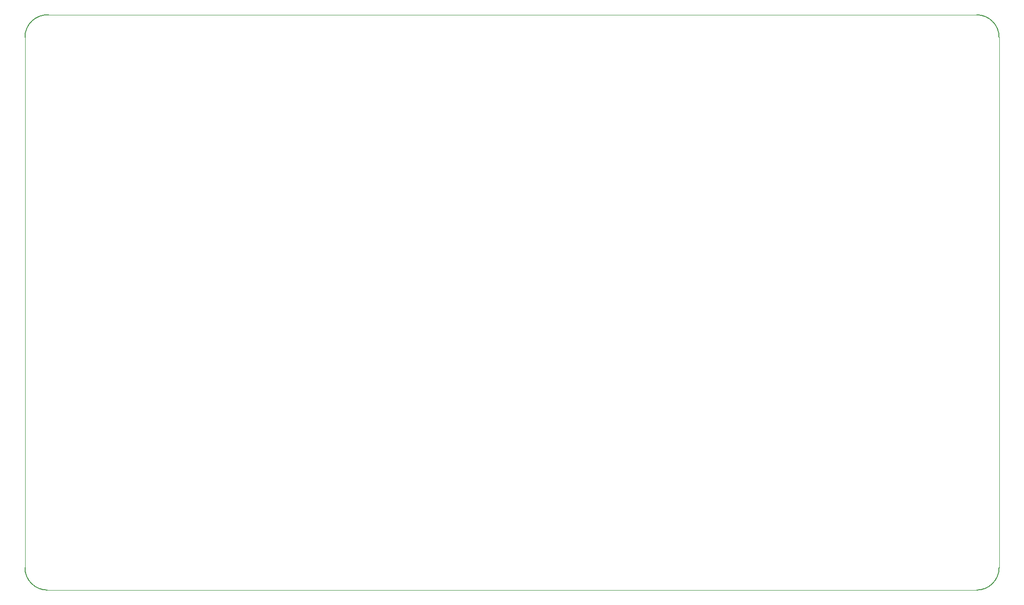
<source format=gm1>
%TF.GenerationSoftware,KiCad,Pcbnew,7.0.7*%
%TF.CreationDate,2024-02-14T20:27:21-06:00*%
%TF.ProjectId,Custom Loop Controller,43757374-6f6d-4204-9c6f-6f7020436f6e,rev?*%
%TF.SameCoordinates,Original*%
%TF.FileFunction,Profile,NP*%
%FSLAX46Y46*%
G04 Gerber Fmt 4.6, Leading zero omitted, Abs format (unit mm)*
G04 Created by KiCad (PCBNEW 7.0.7) date 2024-02-14 20:27:21*
%MOMM*%
%LPD*%
G01*
G04 APERTURE LIST*
%TA.AperFunction,Profile*%
%ADD10C,0.100000*%
%TD*%
%TA.AperFunction,Profile*%
%ADD11C,0.200000*%
%TD*%
G04 APERTURE END LIST*
D10*
X228600000Y-143764000D02*
X59690000Y-143764000D01*
D11*
X55626000Y-139700000D02*
G75*
G03*
X59690000Y-143764000I4064000J0D01*
G01*
X232664000Y-43180000D02*
G75*
G03*
X228600000Y-39116000I-4064000J0D01*
G01*
D10*
X232664000Y-43180000D02*
X232664000Y-139700000D01*
D11*
X59943505Y-39123914D02*
G75*
G03*
X55626000Y-43180000I-253505J-4056086D01*
G01*
D10*
X228600000Y-39116000D02*
X59943505Y-39123914D01*
X55626000Y-139700000D02*
X55626000Y-43180000D01*
D11*
X228600000Y-143764000D02*
G75*
G03*
X232664000Y-139700000I0J4064000D01*
G01*
M02*

</source>
